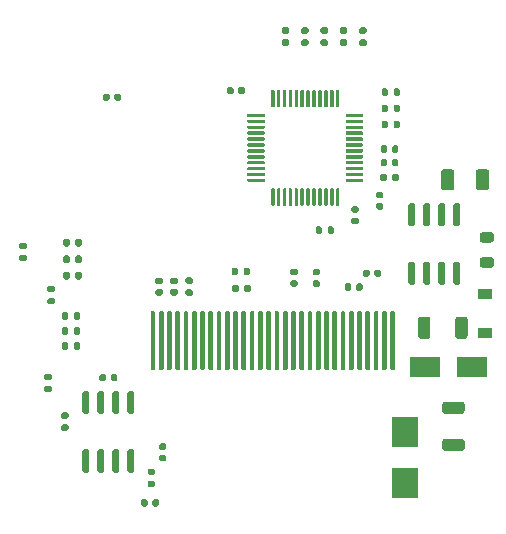
<source format=gbr>
%TF.GenerationSoftware,KiCad,Pcbnew,(5.1.10)-1*%
%TF.CreationDate,2022-02-14T20:34:47-05:00*%
%TF.ProjectId,CAN_Gauge,43414e5f-4761-4756-9765-2e6b69636164,rev?*%
%TF.SameCoordinates,Original*%
%TF.FileFunction,Paste,Top*%
%TF.FilePolarity,Positive*%
%FSLAX46Y46*%
G04 Gerber Fmt 4.6, Leading zero omitted, Abs format (unit mm)*
G04 Created by KiCad (PCBNEW (5.1.10)-1) date 2022-02-14 20:34:47*
%MOMM*%
%LPD*%
G01*
G04 APERTURE LIST*
%ADD10R,1.200000X0.900000*%
%ADD11R,2.300000X2.500000*%
%ADD12R,2.500000X1.800000*%
G04 APERTURE END LIST*
%TO.C,C12*%
G36*
G01*
X119692800Y-80325000D02*
X119692800Y-80665000D01*
G75*
G02*
X119552800Y-80805000I-140000J0D01*
G01*
X119272800Y-80805000D01*
G75*
G02*
X119132800Y-80665000I0J140000D01*
G01*
X119132800Y-80325000D01*
G75*
G02*
X119272800Y-80185000I140000J0D01*
G01*
X119552800Y-80185000D01*
G75*
G02*
X119692800Y-80325000I0J-140000D01*
G01*
G37*
G36*
G01*
X120652800Y-80325000D02*
X120652800Y-80665000D01*
G75*
G02*
X120512800Y-80805000I-140000J0D01*
G01*
X120232800Y-80805000D01*
G75*
G02*
X120092800Y-80665000I0J140000D01*
G01*
X120092800Y-80325000D01*
G75*
G02*
X120232800Y-80185000I140000J0D01*
G01*
X120512800Y-80185000D01*
G75*
G02*
X120652800Y-80325000I0J-140000D01*
G01*
G37*
%TD*%
%TO.C,U1*%
G36*
G01*
X139150400Y-88287600D02*
X139150400Y-89612600D01*
G75*
G02*
X139075400Y-89687600I-75000J0D01*
G01*
X138925400Y-89687600D01*
G75*
G02*
X138850400Y-89612600I0J75000D01*
G01*
X138850400Y-88287600D01*
G75*
G02*
X138925400Y-88212600I75000J0D01*
G01*
X139075400Y-88212600D01*
G75*
G02*
X139150400Y-88287600I0J-75000D01*
G01*
G37*
G36*
G01*
X138650400Y-88287600D02*
X138650400Y-89612600D01*
G75*
G02*
X138575400Y-89687600I-75000J0D01*
G01*
X138425400Y-89687600D01*
G75*
G02*
X138350400Y-89612600I0J75000D01*
G01*
X138350400Y-88287600D01*
G75*
G02*
X138425400Y-88212600I75000J0D01*
G01*
X138575400Y-88212600D01*
G75*
G02*
X138650400Y-88287600I0J-75000D01*
G01*
G37*
G36*
G01*
X138150400Y-88287600D02*
X138150400Y-89612600D01*
G75*
G02*
X138075400Y-89687600I-75000J0D01*
G01*
X137925400Y-89687600D01*
G75*
G02*
X137850400Y-89612600I0J75000D01*
G01*
X137850400Y-88287600D01*
G75*
G02*
X137925400Y-88212600I75000J0D01*
G01*
X138075400Y-88212600D01*
G75*
G02*
X138150400Y-88287600I0J-75000D01*
G01*
G37*
G36*
G01*
X137650400Y-88287600D02*
X137650400Y-89612600D01*
G75*
G02*
X137575400Y-89687600I-75000J0D01*
G01*
X137425400Y-89687600D01*
G75*
G02*
X137350400Y-89612600I0J75000D01*
G01*
X137350400Y-88287600D01*
G75*
G02*
X137425400Y-88212600I75000J0D01*
G01*
X137575400Y-88212600D01*
G75*
G02*
X137650400Y-88287600I0J-75000D01*
G01*
G37*
G36*
G01*
X137150400Y-88287600D02*
X137150400Y-89612600D01*
G75*
G02*
X137075400Y-89687600I-75000J0D01*
G01*
X136925400Y-89687600D01*
G75*
G02*
X136850400Y-89612600I0J75000D01*
G01*
X136850400Y-88287600D01*
G75*
G02*
X136925400Y-88212600I75000J0D01*
G01*
X137075400Y-88212600D01*
G75*
G02*
X137150400Y-88287600I0J-75000D01*
G01*
G37*
G36*
G01*
X136650400Y-88287600D02*
X136650400Y-89612600D01*
G75*
G02*
X136575400Y-89687600I-75000J0D01*
G01*
X136425400Y-89687600D01*
G75*
G02*
X136350400Y-89612600I0J75000D01*
G01*
X136350400Y-88287600D01*
G75*
G02*
X136425400Y-88212600I75000J0D01*
G01*
X136575400Y-88212600D01*
G75*
G02*
X136650400Y-88287600I0J-75000D01*
G01*
G37*
G36*
G01*
X136150400Y-88287600D02*
X136150400Y-89612600D01*
G75*
G02*
X136075400Y-89687600I-75000J0D01*
G01*
X135925400Y-89687600D01*
G75*
G02*
X135850400Y-89612600I0J75000D01*
G01*
X135850400Y-88287600D01*
G75*
G02*
X135925400Y-88212600I75000J0D01*
G01*
X136075400Y-88212600D01*
G75*
G02*
X136150400Y-88287600I0J-75000D01*
G01*
G37*
G36*
G01*
X135650400Y-88287600D02*
X135650400Y-89612600D01*
G75*
G02*
X135575400Y-89687600I-75000J0D01*
G01*
X135425400Y-89687600D01*
G75*
G02*
X135350400Y-89612600I0J75000D01*
G01*
X135350400Y-88287600D01*
G75*
G02*
X135425400Y-88212600I75000J0D01*
G01*
X135575400Y-88212600D01*
G75*
G02*
X135650400Y-88287600I0J-75000D01*
G01*
G37*
G36*
G01*
X135150400Y-88287600D02*
X135150400Y-89612600D01*
G75*
G02*
X135075400Y-89687600I-75000J0D01*
G01*
X134925400Y-89687600D01*
G75*
G02*
X134850400Y-89612600I0J75000D01*
G01*
X134850400Y-88287600D01*
G75*
G02*
X134925400Y-88212600I75000J0D01*
G01*
X135075400Y-88212600D01*
G75*
G02*
X135150400Y-88287600I0J-75000D01*
G01*
G37*
G36*
G01*
X134650400Y-88287600D02*
X134650400Y-89612600D01*
G75*
G02*
X134575400Y-89687600I-75000J0D01*
G01*
X134425400Y-89687600D01*
G75*
G02*
X134350400Y-89612600I0J75000D01*
G01*
X134350400Y-88287600D01*
G75*
G02*
X134425400Y-88212600I75000J0D01*
G01*
X134575400Y-88212600D01*
G75*
G02*
X134650400Y-88287600I0J-75000D01*
G01*
G37*
G36*
G01*
X134150400Y-88287600D02*
X134150400Y-89612600D01*
G75*
G02*
X134075400Y-89687600I-75000J0D01*
G01*
X133925400Y-89687600D01*
G75*
G02*
X133850400Y-89612600I0J75000D01*
G01*
X133850400Y-88287600D01*
G75*
G02*
X133925400Y-88212600I75000J0D01*
G01*
X134075400Y-88212600D01*
G75*
G02*
X134150400Y-88287600I0J-75000D01*
G01*
G37*
G36*
G01*
X133650400Y-88287600D02*
X133650400Y-89612600D01*
G75*
G02*
X133575400Y-89687600I-75000J0D01*
G01*
X133425400Y-89687600D01*
G75*
G02*
X133350400Y-89612600I0J75000D01*
G01*
X133350400Y-88287600D01*
G75*
G02*
X133425400Y-88212600I75000J0D01*
G01*
X133575400Y-88212600D01*
G75*
G02*
X133650400Y-88287600I0J-75000D01*
G01*
G37*
G36*
G01*
X132825400Y-87462600D02*
X132825400Y-87612600D01*
G75*
G02*
X132750400Y-87687600I-75000J0D01*
G01*
X131425400Y-87687600D01*
G75*
G02*
X131350400Y-87612600I0J75000D01*
G01*
X131350400Y-87462600D01*
G75*
G02*
X131425400Y-87387600I75000J0D01*
G01*
X132750400Y-87387600D01*
G75*
G02*
X132825400Y-87462600I0J-75000D01*
G01*
G37*
G36*
G01*
X132825400Y-86962600D02*
X132825400Y-87112600D01*
G75*
G02*
X132750400Y-87187600I-75000J0D01*
G01*
X131425400Y-87187600D01*
G75*
G02*
X131350400Y-87112600I0J75000D01*
G01*
X131350400Y-86962600D01*
G75*
G02*
X131425400Y-86887600I75000J0D01*
G01*
X132750400Y-86887600D01*
G75*
G02*
X132825400Y-86962600I0J-75000D01*
G01*
G37*
G36*
G01*
X132825400Y-86462600D02*
X132825400Y-86612600D01*
G75*
G02*
X132750400Y-86687600I-75000J0D01*
G01*
X131425400Y-86687600D01*
G75*
G02*
X131350400Y-86612600I0J75000D01*
G01*
X131350400Y-86462600D01*
G75*
G02*
X131425400Y-86387600I75000J0D01*
G01*
X132750400Y-86387600D01*
G75*
G02*
X132825400Y-86462600I0J-75000D01*
G01*
G37*
G36*
G01*
X132825400Y-85962600D02*
X132825400Y-86112600D01*
G75*
G02*
X132750400Y-86187600I-75000J0D01*
G01*
X131425400Y-86187600D01*
G75*
G02*
X131350400Y-86112600I0J75000D01*
G01*
X131350400Y-85962600D01*
G75*
G02*
X131425400Y-85887600I75000J0D01*
G01*
X132750400Y-85887600D01*
G75*
G02*
X132825400Y-85962600I0J-75000D01*
G01*
G37*
G36*
G01*
X132825400Y-85462600D02*
X132825400Y-85612600D01*
G75*
G02*
X132750400Y-85687600I-75000J0D01*
G01*
X131425400Y-85687600D01*
G75*
G02*
X131350400Y-85612600I0J75000D01*
G01*
X131350400Y-85462600D01*
G75*
G02*
X131425400Y-85387600I75000J0D01*
G01*
X132750400Y-85387600D01*
G75*
G02*
X132825400Y-85462600I0J-75000D01*
G01*
G37*
G36*
G01*
X132825400Y-84962600D02*
X132825400Y-85112600D01*
G75*
G02*
X132750400Y-85187600I-75000J0D01*
G01*
X131425400Y-85187600D01*
G75*
G02*
X131350400Y-85112600I0J75000D01*
G01*
X131350400Y-84962600D01*
G75*
G02*
X131425400Y-84887600I75000J0D01*
G01*
X132750400Y-84887600D01*
G75*
G02*
X132825400Y-84962600I0J-75000D01*
G01*
G37*
G36*
G01*
X132825400Y-84462600D02*
X132825400Y-84612600D01*
G75*
G02*
X132750400Y-84687600I-75000J0D01*
G01*
X131425400Y-84687600D01*
G75*
G02*
X131350400Y-84612600I0J75000D01*
G01*
X131350400Y-84462600D01*
G75*
G02*
X131425400Y-84387600I75000J0D01*
G01*
X132750400Y-84387600D01*
G75*
G02*
X132825400Y-84462600I0J-75000D01*
G01*
G37*
G36*
G01*
X132825400Y-83962600D02*
X132825400Y-84112600D01*
G75*
G02*
X132750400Y-84187600I-75000J0D01*
G01*
X131425400Y-84187600D01*
G75*
G02*
X131350400Y-84112600I0J75000D01*
G01*
X131350400Y-83962600D01*
G75*
G02*
X131425400Y-83887600I75000J0D01*
G01*
X132750400Y-83887600D01*
G75*
G02*
X132825400Y-83962600I0J-75000D01*
G01*
G37*
G36*
G01*
X132825400Y-83462600D02*
X132825400Y-83612600D01*
G75*
G02*
X132750400Y-83687600I-75000J0D01*
G01*
X131425400Y-83687600D01*
G75*
G02*
X131350400Y-83612600I0J75000D01*
G01*
X131350400Y-83462600D01*
G75*
G02*
X131425400Y-83387600I75000J0D01*
G01*
X132750400Y-83387600D01*
G75*
G02*
X132825400Y-83462600I0J-75000D01*
G01*
G37*
G36*
G01*
X132825400Y-82962600D02*
X132825400Y-83112600D01*
G75*
G02*
X132750400Y-83187600I-75000J0D01*
G01*
X131425400Y-83187600D01*
G75*
G02*
X131350400Y-83112600I0J75000D01*
G01*
X131350400Y-82962600D01*
G75*
G02*
X131425400Y-82887600I75000J0D01*
G01*
X132750400Y-82887600D01*
G75*
G02*
X132825400Y-82962600I0J-75000D01*
G01*
G37*
G36*
G01*
X132825400Y-82462600D02*
X132825400Y-82612600D01*
G75*
G02*
X132750400Y-82687600I-75000J0D01*
G01*
X131425400Y-82687600D01*
G75*
G02*
X131350400Y-82612600I0J75000D01*
G01*
X131350400Y-82462600D01*
G75*
G02*
X131425400Y-82387600I75000J0D01*
G01*
X132750400Y-82387600D01*
G75*
G02*
X132825400Y-82462600I0J-75000D01*
G01*
G37*
G36*
G01*
X132825400Y-81962600D02*
X132825400Y-82112600D01*
G75*
G02*
X132750400Y-82187600I-75000J0D01*
G01*
X131425400Y-82187600D01*
G75*
G02*
X131350400Y-82112600I0J75000D01*
G01*
X131350400Y-81962600D01*
G75*
G02*
X131425400Y-81887600I75000J0D01*
G01*
X132750400Y-81887600D01*
G75*
G02*
X132825400Y-81962600I0J-75000D01*
G01*
G37*
G36*
G01*
X133650400Y-79962600D02*
X133650400Y-81287600D01*
G75*
G02*
X133575400Y-81362600I-75000J0D01*
G01*
X133425400Y-81362600D01*
G75*
G02*
X133350400Y-81287600I0J75000D01*
G01*
X133350400Y-79962600D01*
G75*
G02*
X133425400Y-79887600I75000J0D01*
G01*
X133575400Y-79887600D01*
G75*
G02*
X133650400Y-79962600I0J-75000D01*
G01*
G37*
G36*
G01*
X134150400Y-79962600D02*
X134150400Y-81287600D01*
G75*
G02*
X134075400Y-81362600I-75000J0D01*
G01*
X133925400Y-81362600D01*
G75*
G02*
X133850400Y-81287600I0J75000D01*
G01*
X133850400Y-79962600D01*
G75*
G02*
X133925400Y-79887600I75000J0D01*
G01*
X134075400Y-79887600D01*
G75*
G02*
X134150400Y-79962600I0J-75000D01*
G01*
G37*
G36*
G01*
X134650400Y-79962600D02*
X134650400Y-81287600D01*
G75*
G02*
X134575400Y-81362600I-75000J0D01*
G01*
X134425400Y-81362600D01*
G75*
G02*
X134350400Y-81287600I0J75000D01*
G01*
X134350400Y-79962600D01*
G75*
G02*
X134425400Y-79887600I75000J0D01*
G01*
X134575400Y-79887600D01*
G75*
G02*
X134650400Y-79962600I0J-75000D01*
G01*
G37*
G36*
G01*
X135150400Y-79962600D02*
X135150400Y-81287600D01*
G75*
G02*
X135075400Y-81362600I-75000J0D01*
G01*
X134925400Y-81362600D01*
G75*
G02*
X134850400Y-81287600I0J75000D01*
G01*
X134850400Y-79962600D01*
G75*
G02*
X134925400Y-79887600I75000J0D01*
G01*
X135075400Y-79887600D01*
G75*
G02*
X135150400Y-79962600I0J-75000D01*
G01*
G37*
G36*
G01*
X135650400Y-79962600D02*
X135650400Y-81287600D01*
G75*
G02*
X135575400Y-81362600I-75000J0D01*
G01*
X135425400Y-81362600D01*
G75*
G02*
X135350400Y-81287600I0J75000D01*
G01*
X135350400Y-79962600D01*
G75*
G02*
X135425400Y-79887600I75000J0D01*
G01*
X135575400Y-79887600D01*
G75*
G02*
X135650400Y-79962600I0J-75000D01*
G01*
G37*
G36*
G01*
X136150400Y-79962600D02*
X136150400Y-81287600D01*
G75*
G02*
X136075400Y-81362600I-75000J0D01*
G01*
X135925400Y-81362600D01*
G75*
G02*
X135850400Y-81287600I0J75000D01*
G01*
X135850400Y-79962600D01*
G75*
G02*
X135925400Y-79887600I75000J0D01*
G01*
X136075400Y-79887600D01*
G75*
G02*
X136150400Y-79962600I0J-75000D01*
G01*
G37*
G36*
G01*
X136650400Y-79962600D02*
X136650400Y-81287600D01*
G75*
G02*
X136575400Y-81362600I-75000J0D01*
G01*
X136425400Y-81362600D01*
G75*
G02*
X136350400Y-81287600I0J75000D01*
G01*
X136350400Y-79962600D01*
G75*
G02*
X136425400Y-79887600I75000J0D01*
G01*
X136575400Y-79887600D01*
G75*
G02*
X136650400Y-79962600I0J-75000D01*
G01*
G37*
G36*
G01*
X137150400Y-79962600D02*
X137150400Y-81287600D01*
G75*
G02*
X137075400Y-81362600I-75000J0D01*
G01*
X136925400Y-81362600D01*
G75*
G02*
X136850400Y-81287600I0J75000D01*
G01*
X136850400Y-79962600D01*
G75*
G02*
X136925400Y-79887600I75000J0D01*
G01*
X137075400Y-79887600D01*
G75*
G02*
X137150400Y-79962600I0J-75000D01*
G01*
G37*
G36*
G01*
X137650400Y-79962600D02*
X137650400Y-81287600D01*
G75*
G02*
X137575400Y-81362600I-75000J0D01*
G01*
X137425400Y-81362600D01*
G75*
G02*
X137350400Y-81287600I0J75000D01*
G01*
X137350400Y-79962600D01*
G75*
G02*
X137425400Y-79887600I75000J0D01*
G01*
X137575400Y-79887600D01*
G75*
G02*
X137650400Y-79962600I0J-75000D01*
G01*
G37*
G36*
G01*
X138150400Y-79962600D02*
X138150400Y-81287600D01*
G75*
G02*
X138075400Y-81362600I-75000J0D01*
G01*
X137925400Y-81362600D01*
G75*
G02*
X137850400Y-81287600I0J75000D01*
G01*
X137850400Y-79962600D01*
G75*
G02*
X137925400Y-79887600I75000J0D01*
G01*
X138075400Y-79887600D01*
G75*
G02*
X138150400Y-79962600I0J-75000D01*
G01*
G37*
G36*
G01*
X138650400Y-79962600D02*
X138650400Y-81287600D01*
G75*
G02*
X138575400Y-81362600I-75000J0D01*
G01*
X138425400Y-81362600D01*
G75*
G02*
X138350400Y-81287600I0J75000D01*
G01*
X138350400Y-79962600D01*
G75*
G02*
X138425400Y-79887600I75000J0D01*
G01*
X138575400Y-79887600D01*
G75*
G02*
X138650400Y-79962600I0J-75000D01*
G01*
G37*
G36*
G01*
X139150400Y-79962600D02*
X139150400Y-81287600D01*
G75*
G02*
X139075400Y-81362600I-75000J0D01*
G01*
X138925400Y-81362600D01*
G75*
G02*
X138850400Y-81287600I0J75000D01*
G01*
X138850400Y-79962600D01*
G75*
G02*
X138925400Y-79887600I75000J0D01*
G01*
X139075400Y-79887600D01*
G75*
G02*
X139150400Y-79962600I0J-75000D01*
G01*
G37*
G36*
G01*
X141150400Y-81962600D02*
X141150400Y-82112600D01*
G75*
G02*
X141075400Y-82187600I-75000J0D01*
G01*
X139750400Y-82187600D01*
G75*
G02*
X139675400Y-82112600I0J75000D01*
G01*
X139675400Y-81962600D01*
G75*
G02*
X139750400Y-81887600I75000J0D01*
G01*
X141075400Y-81887600D01*
G75*
G02*
X141150400Y-81962600I0J-75000D01*
G01*
G37*
G36*
G01*
X141150400Y-82462600D02*
X141150400Y-82612600D01*
G75*
G02*
X141075400Y-82687600I-75000J0D01*
G01*
X139750400Y-82687600D01*
G75*
G02*
X139675400Y-82612600I0J75000D01*
G01*
X139675400Y-82462600D01*
G75*
G02*
X139750400Y-82387600I75000J0D01*
G01*
X141075400Y-82387600D01*
G75*
G02*
X141150400Y-82462600I0J-75000D01*
G01*
G37*
G36*
G01*
X141150400Y-82962600D02*
X141150400Y-83112600D01*
G75*
G02*
X141075400Y-83187600I-75000J0D01*
G01*
X139750400Y-83187600D01*
G75*
G02*
X139675400Y-83112600I0J75000D01*
G01*
X139675400Y-82962600D01*
G75*
G02*
X139750400Y-82887600I75000J0D01*
G01*
X141075400Y-82887600D01*
G75*
G02*
X141150400Y-82962600I0J-75000D01*
G01*
G37*
G36*
G01*
X141150400Y-83462600D02*
X141150400Y-83612600D01*
G75*
G02*
X141075400Y-83687600I-75000J0D01*
G01*
X139750400Y-83687600D01*
G75*
G02*
X139675400Y-83612600I0J75000D01*
G01*
X139675400Y-83462600D01*
G75*
G02*
X139750400Y-83387600I75000J0D01*
G01*
X141075400Y-83387600D01*
G75*
G02*
X141150400Y-83462600I0J-75000D01*
G01*
G37*
G36*
G01*
X141150400Y-83962600D02*
X141150400Y-84112600D01*
G75*
G02*
X141075400Y-84187600I-75000J0D01*
G01*
X139750400Y-84187600D01*
G75*
G02*
X139675400Y-84112600I0J75000D01*
G01*
X139675400Y-83962600D01*
G75*
G02*
X139750400Y-83887600I75000J0D01*
G01*
X141075400Y-83887600D01*
G75*
G02*
X141150400Y-83962600I0J-75000D01*
G01*
G37*
G36*
G01*
X141150400Y-84462600D02*
X141150400Y-84612600D01*
G75*
G02*
X141075400Y-84687600I-75000J0D01*
G01*
X139750400Y-84687600D01*
G75*
G02*
X139675400Y-84612600I0J75000D01*
G01*
X139675400Y-84462600D01*
G75*
G02*
X139750400Y-84387600I75000J0D01*
G01*
X141075400Y-84387600D01*
G75*
G02*
X141150400Y-84462600I0J-75000D01*
G01*
G37*
G36*
G01*
X141150400Y-84962600D02*
X141150400Y-85112600D01*
G75*
G02*
X141075400Y-85187600I-75000J0D01*
G01*
X139750400Y-85187600D01*
G75*
G02*
X139675400Y-85112600I0J75000D01*
G01*
X139675400Y-84962600D01*
G75*
G02*
X139750400Y-84887600I75000J0D01*
G01*
X141075400Y-84887600D01*
G75*
G02*
X141150400Y-84962600I0J-75000D01*
G01*
G37*
G36*
G01*
X141150400Y-85462600D02*
X141150400Y-85612600D01*
G75*
G02*
X141075400Y-85687600I-75000J0D01*
G01*
X139750400Y-85687600D01*
G75*
G02*
X139675400Y-85612600I0J75000D01*
G01*
X139675400Y-85462600D01*
G75*
G02*
X139750400Y-85387600I75000J0D01*
G01*
X141075400Y-85387600D01*
G75*
G02*
X141150400Y-85462600I0J-75000D01*
G01*
G37*
G36*
G01*
X141150400Y-85962600D02*
X141150400Y-86112600D01*
G75*
G02*
X141075400Y-86187600I-75000J0D01*
G01*
X139750400Y-86187600D01*
G75*
G02*
X139675400Y-86112600I0J75000D01*
G01*
X139675400Y-85962600D01*
G75*
G02*
X139750400Y-85887600I75000J0D01*
G01*
X141075400Y-85887600D01*
G75*
G02*
X141150400Y-85962600I0J-75000D01*
G01*
G37*
G36*
G01*
X141150400Y-86462600D02*
X141150400Y-86612600D01*
G75*
G02*
X141075400Y-86687600I-75000J0D01*
G01*
X139750400Y-86687600D01*
G75*
G02*
X139675400Y-86612600I0J75000D01*
G01*
X139675400Y-86462600D01*
G75*
G02*
X139750400Y-86387600I75000J0D01*
G01*
X141075400Y-86387600D01*
G75*
G02*
X141150400Y-86462600I0J-75000D01*
G01*
G37*
G36*
G01*
X141150400Y-86962600D02*
X141150400Y-87112600D01*
G75*
G02*
X141075400Y-87187600I-75000J0D01*
G01*
X139750400Y-87187600D01*
G75*
G02*
X139675400Y-87112600I0J75000D01*
G01*
X139675400Y-86962600D01*
G75*
G02*
X139750400Y-86887600I75000J0D01*
G01*
X141075400Y-86887600D01*
G75*
G02*
X141150400Y-86962600I0J-75000D01*
G01*
G37*
G36*
G01*
X141150400Y-87462600D02*
X141150400Y-87612600D01*
G75*
G02*
X141075400Y-87687600I-75000J0D01*
G01*
X139750400Y-87687600D01*
G75*
G02*
X139675400Y-87612600I0J75000D01*
G01*
X139675400Y-87462600D01*
G75*
G02*
X139750400Y-87387600I75000J0D01*
G01*
X141075400Y-87387600D01*
G75*
G02*
X141150400Y-87462600I0J-75000D01*
G01*
G37*
%TD*%
%TO.C,C6*%
G36*
G01*
X142392300Y-89458000D02*
X142732300Y-89458000D01*
G75*
G02*
X142872300Y-89598000I0J-140000D01*
G01*
X142872300Y-89878000D01*
G75*
G02*
X142732300Y-90018000I-140000J0D01*
G01*
X142392300Y-90018000D01*
G75*
G02*
X142252300Y-89878000I0J140000D01*
G01*
X142252300Y-89598000D01*
G75*
G02*
X142392300Y-89458000I140000J0D01*
G01*
G37*
G36*
G01*
X142392300Y-88498000D02*
X142732300Y-88498000D01*
G75*
G02*
X142872300Y-88638000I0J-140000D01*
G01*
X142872300Y-88918000D01*
G75*
G02*
X142732300Y-89058000I-140000J0D01*
G01*
X142392300Y-89058000D01*
G75*
G02*
X142252300Y-88918000I0J140000D01*
G01*
X142252300Y-88638000D01*
G75*
G02*
X142392300Y-88498000I140000J0D01*
G01*
G37*
%TD*%
%TO.C,U4*%
G36*
G01*
X143454000Y-103513000D02*
X143454000Y-98713000D01*
G75*
G02*
X143554000Y-98613000I100000J0D01*
G01*
X143754000Y-98613000D01*
G75*
G02*
X143854000Y-98713000I0J-100000D01*
G01*
X143854000Y-103513000D01*
G75*
G02*
X143754000Y-103613000I-100000J0D01*
G01*
X143554000Y-103613000D01*
G75*
G02*
X143454000Y-103513000I0J100000D01*
G01*
G37*
G36*
G01*
X142754000Y-103513000D02*
X142754000Y-98713000D01*
G75*
G02*
X142854000Y-98613000I100000J0D01*
G01*
X143054000Y-98613000D01*
G75*
G02*
X143154000Y-98713000I0J-100000D01*
G01*
X143154000Y-103513000D01*
G75*
G02*
X143054000Y-103613000I-100000J0D01*
G01*
X142854000Y-103613000D01*
G75*
G02*
X142754000Y-103513000I0J100000D01*
G01*
G37*
G36*
G01*
X142054000Y-103513000D02*
X142054000Y-98713000D01*
G75*
G02*
X142154000Y-98613000I100000J0D01*
G01*
X142354000Y-98613000D01*
G75*
G02*
X142454000Y-98713000I0J-100000D01*
G01*
X142454000Y-103513000D01*
G75*
G02*
X142354000Y-103613000I-100000J0D01*
G01*
X142154000Y-103613000D01*
G75*
G02*
X142054000Y-103513000I0J100000D01*
G01*
G37*
G36*
G01*
X141354000Y-103513000D02*
X141354000Y-98713000D01*
G75*
G02*
X141454000Y-98613000I100000J0D01*
G01*
X141654000Y-98613000D01*
G75*
G02*
X141754000Y-98713000I0J-100000D01*
G01*
X141754000Y-103513000D01*
G75*
G02*
X141654000Y-103613000I-100000J0D01*
G01*
X141454000Y-103613000D01*
G75*
G02*
X141354000Y-103513000I0J100000D01*
G01*
G37*
G36*
G01*
X140654000Y-103513000D02*
X140654000Y-98713000D01*
G75*
G02*
X140754000Y-98613000I100000J0D01*
G01*
X140954000Y-98613000D01*
G75*
G02*
X141054000Y-98713000I0J-100000D01*
G01*
X141054000Y-103513000D01*
G75*
G02*
X140954000Y-103613000I-100000J0D01*
G01*
X140754000Y-103613000D01*
G75*
G02*
X140654000Y-103513000I0J100000D01*
G01*
G37*
G36*
G01*
X139954000Y-103513000D02*
X139954000Y-98713000D01*
G75*
G02*
X140054000Y-98613000I100000J0D01*
G01*
X140254000Y-98613000D01*
G75*
G02*
X140354000Y-98713000I0J-100000D01*
G01*
X140354000Y-103513000D01*
G75*
G02*
X140254000Y-103613000I-100000J0D01*
G01*
X140054000Y-103613000D01*
G75*
G02*
X139954000Y-103513000I0J100000D01*
G01*
G37*
G36*
G01*
X139254000Y-103513000D02*
X139254000Y-98713000D01*
G75*
G02*
X139354000Y-98613000I100000J0D01*
G01*
X139554000Y-98613000D01*
G75*
G02*
X139654000Y-98713000I0J-100000D01*
G01*
X139654000Y-103513000D01*
G75*
G02*
X139554000Y-103613000I-100000J0D01*
G01*
X139354000Y-103613000D01*
G75*
G02*
X139254000Y-103513000I0J100000D01*
G01*
G37*
G36*
G01*
X138554000Y-103513000D02*
X138554000Y-98713000D01*
G75*
G02*
X138654000Y-98613000I100000J0D01*
G01*
X138854000Y-98613000D01*
G75*
G02*
X138954000Y-98713000I0J-100000D01*
G01*
X138954000Y-103513000D01*
G75*
G02*
X138854000Y-103613000I-100000J0D01*
G01*
X138654000Y-103613000D01*
G75*
G02*
X138554000Y-103513000I0J100000D01*
G01*
G37*
G36*
G01*
X137854000Y-103513000D02*
X137854000Y-98713000D01*
G75*
G02*
X137954000Y-98613000I100000J0D01*
G01*
X138154000Y-98613000D01*
G75*
G02*
X138254000Y-98713000I0J-100000D01*
G01*
X138254000Y-103513000D01*
G75*
G02*
X138154000Y-103613000I-100000J0D01*
G01*
X137954000Y-103613000D01*
G75*
G02*
X137854000Y-103513000I0J100000D01*
G01*
G37*
G36*
G01*
X137154000Y-103513000D02*
X137154000Y-98713000D01*
G75*
G02*
X137254000Y-98613000I100000J0D01*
G01*
X137454000Y-98613000D01*
G75*
G02*
X137554000Y-98713000I0J-100000D01*
G01*
X137554000Y-103513000D01*
G75*
G02*
X137454000Y-103613000I-100000J0D01*
G01*
X137254000Y-103613000D01*
G75*
G02*
X137154000Y-103513000I0J100000D01*
G01*
G37*
G36*
G01*
X136454000Y-103513000D02*
X136454000Y-98713000D01*
G75*
G02*
X136554000Y-98613000I100000J0D01*
G01*
X136754000Y-98613000D01*
G75*
G02*
X136854000Y-98713000I0J-100000D01*
G01*
X136854000Y-103513000D01*
G75*
G02*
X136754000Y-103613000I-100000J0D01*
G01*
X136554000Y-103613000D01*
G75*
G02*
X136454000Y-103513000I0J100000D01*
G01*
G37*
G36*
G01*
X135754000Y-103513000D02*
X135754000Y-98713000D01*
G75*
G02*
X135854000Y-98613000I100000J0D01*
G01*
X136054000Y-98613000D01*
G75*
G02*
X136154000Y-98713000I0J-100000D01*
G01*
X136154000Y-103513000D01*
G75*
G02*
X136054000Y-103613000I-100000J0D01*
G01*
X135854000Y-103613000D01*
G75*
G02*
X135754000Y-103513000I0J100000D01*
G01*
G37*
G36*
G01*
X135054000Y-103513000D02*
X135054000Y-98713000D01*
G75*
G02*
X135154000Y-98613000I100000J0D01*
G01*
X135354000Y-98613000D01*
G75*
G02*
X135454000Y-98713000I0J-100000D01*
G01*
X135454000Y-103513000D01*
G75*
G02*
X135354000Y-103613000I-100000J0D01*
G01*
X135154000Y-103613000D01*
G75*
G02*
X135054000Y-103513000I0J100000D01*
G01*
G37*
G36*
G01*
X134354000Y-103513000D02*
X134354000Y-98713000D01*
G75*
G02*
X134454000Y-98613000I100000J0D01*
G01*
X134654000Y-98613000D01*
G75*
G02*
X134754000Y-98713000I0J-100000D01*
G01*
X134754000Y-103513000D01*
G75*
G02*
X134654000Y-103613000I-100000J0D01*
G01*
X134454000Y-103613000D01*
G75*
G02*
X134354000Y-103513000I0J100000D01*
G01*
G37*
G36*
G01*
X133654000Y-103513000D02*
X133654000Y-98713000D01*
G75*
G02*
X133754000Y-98613000I100000J0D01*
G01*
X133954000Y-98613000D01*
G75*
G02*
X134054000Y-98713000I0J-100000D01*
G01*
X134054000Y-103513000D01*
G75*
G02*
X133954000Y-103613000I-100000J0D01*
G01*
X133754000Y-103613000D01*
G75*
G02*
X133654000Y-103513000I0J100000D01*
G01*
G37*
G36*
G01*
X132954000Y-103513000D02*
X132954000Y-98713000D01*
G75*
G02*
X133054000Y-98613000I100000J0D01*
G01*
X133254000Y-98613000D01*
G75*
G02*
X133354000Y-98713000I0J-100000D01*
G01*
X133354000Y-103513000D01*
G75*
G02*
X133254000Y-103613000I-100000J0D01*
G01*
X133054000Y-103613000D01*
G75*
G02*
X132954000Y-103513000I0J100000D01*
G01*
G37*
G36*
G01*
X132254000Y-103513000D02*
X132254000Y-98713000D01*
G75*
G02*
X132354000Y-98613000I100000J0D01*
G01*
X132554000Y-98613000D01*
G75*
G02*
X132654000Y-98713000I0J-100000D01*
G01*
X132654000Y-103513000D01*
G75*
G02*
X132554000Y-103613000I-100000J0D01*
G01*
X132354000Y-103613000D01*
G75*
G02*
X132254000Y-103513000I0J100000D01*
G01*
G37*
G36*
G01*
X131554000Y-103513000D02*
X131554000Y-98713000D01*
G75*
G02*
X131654000Y-98613000I100000J0D01*
G01*
X131854000Y-98613000D01*
G75*
G02*
X131954000Y-98713000I0J-100000D01*
G01*
X131954000Y-103513000D01*
G75*
G02*
X131854000Y-103613000I-100000J0D01*
G01*
X131654000Y-103613000D01*
G75*
G02*
X131554000Y-103513000I0J100000D01*
G01*
G37*
G36*
G01*
X130854000Y-103513000D02*
X130854000Y-98713000D01*
G75*
G02*
X130954000Y-98613000I100000J0D01*
G01*
X131154000Y-98613000D01*
G75*
G02*
X131254000Y-98713000I0J-100000D01*
G01*
X131254000Y-103513000D01*
G75*
G02*
X131154000Y-103613000I-100000J0D01*
G01*
X130954000Y-103613000D01*
G75*
G02*
X130854000Y-103513000I0J100000D01*
G01*
G37*
G36*
G01*
X130154000Y-103513000D02*
X130154000Y-98713000D01*
G75*
G02*
X130254000Y-98613000I100000J0D01*
G01*
X130454000Y-98613000D01*
G75*
G02*
X130554000Y-98713000I0J-100000D01*
G01*
X130554000Y-103513000D01*
G75*
G02*
X130454000Y-103613000I-100000J0D01*
G01*
X130254000Y-103613000D01*
G75*
G02*
X130154000Y-103513000I0J100000D01*
G01*
G37*
G36*
G01*
X129454000Y-103513000D02*
X129454000Y-98713000D01*
G75*
G02*
X129554000Y-98613000I100000J0D01*
G01*
X129754000Y-98613000D01*
G75*
G02*
X129854000Y-98713000I0J-100000D01*
G01*
X129854000Y-103513000D01*
G75*
G02*
X129754000Y-103613000I-100000J0D01*
G01*
X129554000Y-103613000D01*
G75*
G02*
X129454000Y-103513000I0J100000D01*
G01*
G37*
G36*
G01*
X128754000Y-103513000D02*
X128754000Y-98713000D01*
G75*
G02*
X128854000Y-98613000I100000J0D01*
G01*
X129054000Y-98613000D01*
G75*
G02*
X129154000Y-98713000I0J-100000D01*
G01*
X129154000Y-103513000D01*
G75*
G02*
X129054000Y-103613000I-100000J0D01*
G01*
X128854000Y-103613000D01*
G75*
G02*
X128754000Y-103513000I0J100000D01*
G01*
G37*
G36*
G01*
X128054000Y-103513000D02*
X128054000Y-98713000D01*
G75*
G02*
X128154000Y-98613000I100000J0D01*
G01*
X128354000Y-98613000D01*
G75*
G02*
X128454000Y-98713000I0J-100000D01*
G01*
X128454000Y-103513000D01*
G75*
G02*
X128354000Y-103613000I-100000J0D01*
G01*
X128154000Y-103613000D01*
G75*
G02*
X128054000Y-103513000I0J100000D01*
G01*
G37*
G36*
G01*
X127354000Y-103513000D02*
X127354000Y-98713000D01*
G75*
G02*
X127454000Y-98613000I100000J0D01*
G01*
X127654000Y-98613000D01*
G75*
G02*
X127754000Y-98713000I0J-100000D01*
G01*
X127754000Y-103513000D01*
G75*
G02*
X127654000Y-103613000I-100000J0D01*
G01*
X127454000Y-103613000D01*
G75*
G02*
X127354000Y-103513000I0J100000D01*
G01*
G37*
G36*
G01*
X126654000Y-103513000D02*
X126654000Y-98713000D01*
G75*
G02*
X126754000Y-98613000I100000J0D01*
G01*
X126954000Y-98613000D01*
G75*
G02*
X127054000Y-98713000I0J-100000D01*
G01*
X127054000Y-103513000D01*
G75*
G02*
X126954000Y-103613000I-100000J0D01*
G01*
X126754000Y-103613000D01*
G75*
G02*
X126654000Y-103513000I0J100000D01*
G01*
G37*
G36*
G01*
X125954000Y-103513000D02*
X125954000Y-98713000D01*
G75*
G02*
X126054000Y-98613000I100000J0D01*
G01*
X126254000Y-98613000D01*
G75*
G02*
X126354000Y-98713000I0J-100000D01*
G01*
X126354000Y-103513000D01*
G75*
G02*
X126254000Y-103613000I-100000J0D01*
G01*
X126054000Y-103613000D01*
G75*
G02*
X125954000Y-103513000I0J100000D01*
G01*
G37*
G36*
G01*
X125254000Y-103513000D02*
X125254000Y-98713000D01*
G75*
G02*
X125354000Y-98613000I100000J0D01*
G01*
X125554000Y-98613000D01*
G75*
G02*
X125654000Y-98713000I0J-100000D01*
G01*
X125654000Y-103513000D01*
G75*
G02*
X125554000Y-103613000I-100000J0D01*
G01*
X125354000Y-103613000D01*
G75*
G02*
X125254000Y-103513000I0J100000D01*
G01*
G37*
G36*
G01*
X124554000Y-103513000D02*
X124554000Y-98713000D01*
G75*
G02*
X124654000Y-98613000I100000J0D01*
G01*
X124854000Y-98613000D01*
G75*
G02*
X124954000Y-98713000I0J-100000D01*
G01*
X124954000Y-103513000D01*
G75*
G02*
X124854000Y-103613000I-100000J0D01*
G01*
X124654000Y-103613000D01*
G75*
G02*
X124554000Y-103513000I0J100000D01*
G01*
G37*
G36*
G01*
X123854000Y-103513000D02*
X123854000Y-98713000D01*
G75*
G02*
X123954000Y-98613000I100000J0D01*
G01*
X124154000Y-98613000D01*
G75*
G02*
X124254000Y-98713000I0J-100000D01*
G01*
X124254000Y-103513000D01*
G75*
G02*
X124154000Y-103613000I-100000J0D01*
G01*
X123954000Y-103613000D01*
G75*
G02*
X123854000Y-103513000I0J100000D01*
G01*
G37*
G36*
G01*
X123154000Y-103513000D02*
X123154000Y-98713000D01*
G75*
G02*
X123254000Y-98613000I100000J0D01*
G01*
X123454000Y-98613000D01*
G75*
G02*
X123554000Y-98713000I0J-100000D01*
G01*
X123554000Y-103513000D01*
G75*
G02*
X123454000Y-103613000I-100000J0D01*
G01*
X123254000Y-103613000D01*
G75*
G02*
X123154000Y-103513000I0J100000D01*
G01*
G37*
%TD*%
%TO.C,C10*%
G36*
G01*
X148946300Y-100714901D02*
X148946300Y-99314899D01*
G75*
G02*
X149196299Y-99064900I249999J0D01*
G01*
X149746301Y-99064900D01*
G75*
G02*
X149996300Y-99314899I0J-249999D01*
G01*
X149996300Y-100714901D01*
G75*
G02*
X149746301Y-100964900I-249999J0D01*
G01*
X149196299Y-100964900D01*
G75*
G02*
X148946300Y-100714901I0J249999D01*
G01*
G37*
G36*
G01*
X145796300Y-100714901D02*
X145796300Y-99314899D01*
G75*
G02*
X146046299Y-99064900I249999J0D01*
G01*
X146596301Y-99064900D01*
G75*
G02*
X146846300Y-99314899I0J-249999D01*
G01*
X146846300Y-100714901D01*
G75*
G02*
X146596301Y-100964900I-249999J0D01*
G01*
X146046299Y-100964900D01*
G75*
G02*
X145796300Y-100714901I0J249999D01*
G01*
G37*
%TD*%
%TO.C,C17*%
G36*
G01*
X123710600Y-96722400D02*
X124050600Y-96722400D01*
G75*
G02*
X124190600Y-96862400I0J-140000D01*
G01*
X124190600Y-97142400D01*
G75*
G02*
X124050600Y-97282400I-140000J0D01*
G01*
X123710600Y-97282400D01*
G75*
G02*
X123570600Y-97142400I0J140000D01*
G01*
X123570600Y-96862400D01*
G75*
G02*
X123710600Y-96722400I140000J0D01*
G01*
G37*
G36*
G01*
X123710600Y-95762400D02*
X124050600Y-95762400D01*
G75*
G02*
X124190600Y-95902400I0J-140000D01*
G01*
X124190600Y-96182400D01*
G75*
G02*
X124050600Y-96322400I-140000J0D01*
G01*
X123710600Y-96322400D01*
G75*
G02*
X123570600Y-96182400I0J140000D01*
G01*
X123570600Y-95902400D01*
G75*
G02*
X123710600Y-95762400I140000J0D01*
G01*
G37*
%TD*%
%TO.C,R24*%
G36*
G01*
X131105600Y-96859800D02*
X131105600Y-96489800D01*
G75*
G02*
X131240600Y-96354800I135000J0D01*
G01*
X131510600Y-96354800D01*
G75*
G02*
X131645600Y-96489800I0J-135000D01*
G01*
X131645600Y-96859800D01*
G75*
G02*
X131510600Y-96994800I-135000J0D01*
G01*
X131240600Y-96994800D01*
G75*
G02*
X131105600Y-96859800I0J135000D01*
G01*
G37*
G36*
G01*
X130085600Y-96859800D02*
X130085600Y-96489800D01*
G75*
G02*
X130220600Y-96354800I135000J0D01*
G01*
X130490600Y-96354800D01*
G75*
G02*
X130625600Y-96489800I0J-135000D01*
G01*
X130625600Y-96859800D01*
G75*
G02*
X130490600Y-96994800I-135000J0D01*
G01*
X130220600Y-96994800D01*
G75*
G02*
X130085600Y-96859800I0J135000D01*
G01*
G37*
%TD*%
%TO.C,R20*%
G36*
G01*
X123035200Y-112967600D02*
X123405200Y-112967600D01*
G75*
G02*
X123540200Y-113102600I0J-135000D01*
G01*
X123540200Y-113372600D01*
G75*
G02*
X123405200Y-113507600I-135000J0D01*
G01*
X123035200Y-113507600D01*
G75*
G02*
X122900200Y-113372600I0J135000D01*
G01*
X122900200Y-113102600D01*
G75*
G02*
X123035200Y-112967600I135000J0D01*
G01*
G37*
G36*
G01*
X123035200Y-111947600D02*
X123405200Y-111947600D01*
G75*
G02*
X123540200Y-112082600I0J-135000D01*
G01*
X123540200Y-112352600D01*
G75*
G02*
X123405200Y-112487600I-135000J0D01*
G01*
X123035200Y-112487600D01*
G75*
G02*
X122900200Y-112352600I0J135000D01*
G01*
X122900200Y-112082600D01*
G75*
G02*
X123035200Y-111947600I135000J0D01*
G01*
G37*
%TD*%
%TO.C,L1*%
G36*
G01*
X151998650Y-92798600D02*
X151236150Y-92798600D01*
G75*
G02*
X151017400Y-92579850I0J218750D01*
G01*
X151017400Y-92142350D01*
G75*
G02*
X151236150Y-91923600I218750J0D01*
G01*
X151998650Y-91923600D01*
G75*
G02*
X152217400Y-92142350I0J-218750D01*
G01*
X152217400Y-92579850D01*
G75*
G02*
X151998650Y-92798600I-218750J0D01*
G01*
G37*
G36*
G01*
X151998650Y-94923600D02*
X151236150Y-94923600D01*
G75*
G02*
X151017400Y-94704850I0J218750D01*
G01*
X151017400Y-94267350D01*
G75*
G02*
X151236150Y-94048600I218750J0D01*
G01*
X151998650Y-94048600D01*
G75*
G02*
X152217400Y-94267350I0J-218750D01*
G01*
X152217400Y-94704850D01*
G75*
G02*
X151998650Y-94923600I-218750J0D01*
G01*
G37*
%TD*%
%TO.C,C11*%
G36*
G01*
X148888600Y-86829999D02*
X148888600Y-88130001D01*
G75*
G02*
X148638601Y-88380000I-249999J0D01*
G01*
X147988599Y-88380000D01*
G75*
G02*
X147738600Y-88130001I0J249999D01*
G01*
X147738600Y-86829999D01*
G75*
G02*
X147988599Y-86580000I249999J0D01*
G01*
X148638601Y-86580000D01*
G75*
G02*
X148888600Y-86829999I0J-249999D01*
G01*
G37*
G36*
G01*
X151838600Y-86829999D02*
X151838600Y-88130001D01*
G75*
G02*
X151588601Y-88380000I-249999J0D01*
G01*
X150938599Y-88380000D01*
G75*
G02*
X150688600Y-88130001I0J249999D01*
G01*
X150688600Y-86829999D01*
G75*
G02*
X150938599Y-86580000I249999J0D01*
G01*
X151588601Y-86580000D01*
G75*
G02*
X151838600Y-86829999I0J-249999D01*
G01*
G37*
%TD*%
D10*
%TO.C,D12*%
X151439600Y-100458400D03*
X151439600Y-97158400D03*
%TD*%
%TO.C,U3*%
G36*
G01*
X148927400Y-94415600D02*
X149227400Y-94415600D01*
G75*
G02*
X149377400Y-94565600I0J-150000D01*
G01*
X149377400Y-96215600D01*
G75*
G02*
X149227400Y-96365600I-150000J0D01*
G01*
X148927400Y-96365600D01*
G75*
G02*
X148777400Y-96215600I0J150000D01*
G01*
X148777400Y-94565600D01*
G75*
G02*
X148927400Y-94415600I150000J0D01*
G01*
G37*
G36*
G01*
X147657400Y-94415600D02*
X147957400Y-94415600D01*
G75*
G02*
X148107400Y-94565600I0J-150000D01*
G01*
X148107400Y-96215600D01*
G75*
G02*
X147957400Y-96365600I-150000J0D01*
G01*
X147657400Y-96365600D01*
G75*
G02*
X147507400Y-96215600I0J150000D01*
G01*
X147507400Y-94565600D01*
G75*
G02*
X147657400Y-94415600I150000J0D01*
G01*
G37*
G36*
G01*
X146387400Y-94415600D02*
X146687400Y-94415600D01*
G75*
G02*
X146837400Y-94565600I0J-150000D01*
G01*
X146837400Y-96215600D01*
G75*
G02*
X146687400Y-96365600I-150000J0D01*
G01*
X146387400Y-96365600D01*
G75*
G02*
X146237400Y-96215600I0J150000D01*
G01*
X146237400Y-94565600D01*
G75*
G02*
X146387400Y-94415600I150000J0D01*
G01*
G37*
G36*
G01*
X145117400Y-94415600D02*
X145417400Y-94415600D01*
G75*
G02*
X145567400Y-94565600I0J-150000D01*
G01*
X145567400Y-96215600D01*
G75*
G02*
X145417400Y-96365600I-150000J0D01*
G01*
X145117400Y-96365600D01*
G75*
G02*
X144967400Y-96215600I0J150000D01*
G01*
X144967400Y-94565600D01*
G75*
G02*
X145117400Y-94415600I150000J0D01*
G01*
G37*
G36*
G01*
X145117400Y-89465600D02*
X145417400Y-89465600D01*
G75*
G02*
X145567400Y-89615600I0J-150000D01*
G01*
X145567400Y-91265600D01*
G75*
G02*
X145417400Y-91415600I-150000J0D01*
G01*
X145117400Y-91415600D01*
G75*
G02*
X144967400Y-91265600I0J150000D01*
G01*
X144967400Y-89615600D01*
G75*
G02*
X145117400Y-89465600I150000J0D01*
G01*
G37*
G36*
G01*
X146387400Y-89465600D02*
X146687400Y-89465600D01*
G75*
G02*
X146837400Y-89615600I0J-150000D01*
G01*
X146837400Y-91265600D01*
G75*
G02*
X146687400Y-91415600I-150000J0D01*
G01*
X146387400Y-91415600D01*
G75*
G02*
X146237400Y-91265600I0J150000D01*
G01*
X146237400Y-89615600D01*
G75*
G02*
X146387400Y-89465600I150000J0D01*
G01*
G37*
G36*
G01*
X147657400Y-89465600D02*
X147957400Y-89465600D01*
G75*
G02*
X148107400Y-89615600I0J-150000D01*
G01*
X148107400Y-91265600D01*
G75*
G02*
X147957400Y-91415600I-150000J0D01*
G01*
X147657400Y-91415600D01*
G75*
G02*
X147507400Y-91265600I0J150000D01*
G01*
X147507400Y-89615600D01*
G75*
G02*
X147657400Y-89465600I150000J0D01*
G01*
G37*
G36*
G01*
X148927400Y-89465600D02*
X149227400Y-89465600D01*
G75*
G02*
X149377400Y-89615600I0J-150000D01*
G01*
X149377400Y-91265600D01*
G75*
G02*
X149227400Y-91415600I-150000J0D01*
G01*
X148927400Y-91415600D01*
G75*
G02*
X148777400Y-91265600I0J150000D01*
G01*
X148777400Y-89615600D01*
G75*
G02*
X148927400Y-89465600I150000J0D01*
G01*
G37*
%TD*%
%TO.C,L2*%
G36*
G01*
X143195800Y-87129700D02*
X143195800Y-87474700D01*
G75*
G02*
X143048300Y-87622200I-147500J0D01*
G01*
X142753300Y-87622200D01*
G75*
G02*
X142605800Y-87474700I0J147500D01*
G01*
X142605800Y-87129700D01*
G75*
G02*
X142753300Y-86982200I147500J0D01*
G01*
X143048300Y-86982200D01*
G75*
G02*
X143195800Y-87129700I0J-147500D01*
G01*
G37*
G36*
G01*
X144165800Y-87129700D02*
X144165800Y-87474700D01*
G75*
G02*
X144018300Y-87622200I-147500J0D01*
G01*
X143723300Y-87622200D01*
G75*
G02*
X143575800Y-87474700I0J147500D01*
G01*
X143575800Y-87129700D01*
G75*
G02*
X143723300Y-86982200I147500J0D01*
G01*
X144018300Y-86982200D01*
G75*
G02*
X144165800Y-87129700I0J-147500D01*
G01*
G37*
%TD*%
%TO.C,R30*%
G36*
G01*
X114642200Y-104435800D02*
X114272200Y-104435800D01*
G75*
G02*
X114137200Y-104300800I0J135000D01*
G01*
X114137200Y-104030800D01*
G75*
G02*
X114272200Y-103895800I135000J0D01*
G01*
X114642200Y-103895800D01*
G75*
G02*
X114777200Y-104030800I0J-135000D01*
G01*
X114777200Y-104300800D01*
G75*
G02*
X114642200Y-104435800I-135000J0D01*
G01*
G37*
G36*
G01*
X114642200Y-105455800D02*
X114272200Y-105455800D01*
G75*
G02*
X114137200Y-105320800I0J135000D01*
G01*
X114137200Y-105050800D01*
G75*
G02*
X114272200Y-104915800I135000J0D01*
G01*
X114642200Y-104915800D01*
G75*
G02*
X114777200Y-105050800I0J-135000D01*
G01*
X114777200Y-105320800D01*
G75*
G02*
X114642200Y-105455800I-135000J0D01*
G01*
G37*
%TD*%
%TO.C,R29*%
G36*
G01*
X112164000Y-93816000D02*
X112534000Y-93816000D01*
G75*
G02*
X112669000Y-93951000I0J-135000D01*
G01*
X112669000Y-94221000D01*
G75*
G02*
X112534000Y-94356000I-135000J0D01*
G01*
X112164000Y-94356000D01*
G75*
G02*
X112029000Y-94221000I0J135000D01*
G01*
X112029000Y-93951000D01*
G75*
G02*
X112164000Y-93816000I135000J0D01*
G01*
G37*
G36*
G01*
X112164000Y-92796000D02*
X112534000Y-92796000D01*
G75*
G02*
X112669000Y-92931000I0J-135000D01*
G01*
X112669000Y-93201000D01*
G75*
G02*
X112534000Y-93336000I-135000J0D01*
G01*
X112164000Y-93336000D01*
G75*
G02*
X112029000Y-93201000I0J135000D01*
G01*
X112029000Y-92931000D01*
G75*
G02*
X112164000Y-92796000I135000J0D01*
G01*
G37*
%TD*%
%TO.C,R21*%
G36*
G01*
X134401700Y-75604200D02*
X134771700Y-75604200D01*
G75*
G02*
X134906700Y-75739200I0J-135000D01*
G01*
X134906700Y-76009200D01*
G75*
G02*
X134771700Y-76144200I-135000J0D01*
G01*
X134401700Y-76144200D01*
G75*
G02*
X134266700Y-76009200I0J135000D01*
G01*
X134266700Y-75739200D01*
G75*
G02*
X134401700Y-75604200I135000J0D01*
G01*
G37*
G36*
G01*
X134401700Y-74584200D02*
X134771700Y-74584200D01*
G75*
G02*
X134906700Y-74719200I0J-135000D01*
G01*
X134906700Y-74989200D01*
G75*
G02*
X134771700Y-75124200I-135000J0D01*
G01*
X134401700Y-75124200D01*
G75*
G02*
X134266700Y-74989200I0J135000D01*
G01*
X134266700Y-74719200D01*
G75*
G02*
X134401700Y-74584200I135000J0D01*
G01*
G37*
%TD*%
D11*
%TO.C,D22*%
X144734000Y-113125000D03*
X144734000Y-108825000D03*
%TD*%
%TO.C,C9*%
G36*
G01*
X148097999Y-109408800D02*
X149498001Y-109408800D01*
G75*
G02*
X149748000Y-109658799I0J-249999D01*
G01*
X149748000Y-110208801D01*
G75*
G02*
X149498001Y-110458800I-249999J0D01*
G01*
X148097999Y-110458800D01*
G75*
G02*
X147848000Y-110208801I0J249999D01*
G01*
X147848000Y-109658799D01*
G75*
G02*
X148097999Y-109408800I249999J0D01*
G01*
G37*
G36*
G01*
X148097999Y-106258800D02*
X149498001Y-106258800D01*
G75*
G02*
X149748000Y-106508799I0J-249999D01*
G01*
X149748000Y-107058801D01*
G75*
G02*
X149498001Y-107308800I-249999J0D01*
G01*
X148097999Y-107308800D01*
G75*
G02*
X147848000Y-107058801I0J249999D01*
G01*
X147848000Y-106508799D01*
G75*
G02*
X148097999Y-106258800I249999J0D01*
G01*
G37*
%TD*%
%TO.C,R26*%
G36*
G01*
X126235600Y-96762400D02*
X126605600Y-96762400D01*
G75*
G02*
X126740600Y-96897400I0J-135000D01*
G01*
X126740600Y-97167400D01*
G75*
G02*
X126605600Y-97302400I-135000J0D01*
G01*
X126235600Y-97302400D01*
G75*
G02*
X126100600Y-97167400I0J135000D01*
G01*
X126100600Y-96897400D01*
G75*
G02*
X126235600Y-96762400I135000J0D01*
G01*
G37*
G36*
G01*
X126235600Y-95742400D02*
X126605600Y-95742400D01*
G75*
G02*
X126740600Y-95877400I0J-135000D01*
G01*
X126740600Y-96147400D01*
G75*
G02*
X126605600Y-96282400I-135000J0D01*
G01*
X126235600Y-96282400D01*
G75*
G02*
X126100600Y-96147400I0J135000D01*
G01*
X126100600Y-95877400D01*
G75*
G02*
X126235600Y-95742400I135000J0D01*
G01*
G37*
%TD*%
%TO.C,R25*%
G36*
G01*
X130549400Y-95067400D02*
X130549400Y-95437400D01*
G75*
G02*
X130414400Y-95572400I-135000J0D01*
G01*
X130144400Y-95572400D01*
G75*
G02*
X130009400Y-95437400I0J135000D01*
G01*
X130009400Y-95067400D01*
G75*
G02*
X130144400Y-94932400I135000J0D01*
G01*
X130414400Y-94932400D01*
G75*
G02*
X130549400Y-95067400I0J-135000D01*
G01*
G37*
G36*
G01*
X131569400Y-95067400D02*
X131569400Y-95437400D01*
G75*
G02*
X131434400Y-95572400I-135000J0D01*
G01*
X131164400Y-95572400D01*
G75*
G02*
X131029400Y-95437400I0J135000D01*
G01*
X131029400Y-95067400D01*
G75*
G02*
X131164400Y-94932400I135000J0D01*
G01*
X131434400Y-94932400D01*
G75*
G02*
X131569400Y-95067400I0J-135000D01*
G01*
G37*
%TD*%
%TO.C,C18*%
G36*
G01*
X142114600Y-95562100D02*
X142114600Y-95222100D01*
G75*
G02*
X142254600Y-95082100I140000J0D01*
G01*
X142534600Y-95082100D01*
G75*
G02*
X142674600Y-95222100I0J-140000D01*
G01*
X142674600Y-95562100D01*
G75*
G02*
X142534600Y-95702100I-140000J0D01*
G01*
X142254600Y-95702100D01*
G75*
G02*
X142114600Y-95562100I0J140000D01*
G01*
G37*
G36*
G01*
X141154600Y-95562100D02*
X141154600Y-95222100D01*
G75*
G02*
X141294600Y-95082100I140000J0D01*
G01*
X141574600Y-95082100D01*
G75*
G02*
X141714600Y-95222100I0J-140000D01*
G01*
X141714600Y-95562100D01*
G75*
G02*
X141574600Y-95702100I-140000J0D01*
G01*
X141294600Y-95702100D01*
G75*
G02*
X141154600Y-95562100I0J140000D01*
G01*
G37*
%TD*%
%TO.C,C16*%
G36*
G01*
X140552500Y-96743200D02*
X140552500Y-96403200D01*
G75*
G02*
X140692500Y-96263200I140000J0D01*
G01*
X140972500Y-96263200D01*
G75*
G02*
X141112500Y-96403200I0J-140000D01*
G01*
X141112500Y-96743200D01*
G75*
G02*
X140972500Y-96883200I-140000J0D01*
G01*
X140692500Y-96883200D01*
G75*
G02*
X140552500Y-96743200I0J140000D01*
G01*
G37*
G36*
G01*
X139592500Y-96743200D02*
X139592500Y-96403200D01*
G75*
G02*
X139732500Y-96263200I140000J0D01*
G01*
X140012500Y-96263200D01*
G75*
G02*
X140152500Y-96403200I0J-140000D01*
G01*
X140152500Y-96743200D01*
G75*
G02*
X140012500Y-96883200I-140000J0D01*
G01*
X139732500Y-96883200D01*
G75*
G02*
X139592500Y-96743200I0J140000D01*
G01*
G37*
%TD*%
%TO.C,C15*%
G36*
G01*
X124975600Y-96722400D02*
X125315600Y-96722400D01*
G75*
G02*
X125455600Y-96862400I0J-140000D01*
G01*
X125455600Y-97142400D01*
G75*
G02*
X125315600Y-97282400I-140000J0D01*
G01*
X124975600Y-97282400D01*
G75*
G02*
X124835600Y-97142400I0J140000D01*
G01*
X124835600Y-96862400D01*
G75*
G02*
X124975600Y-96722400I140000J0D01*
G01*
G37*
G36*
G01*
X124975600Y-95762400D02*
X125315600Y-95762400D01*
G75*
G02*
X125455600Y-95902400I0J-140000D01*
G01*
X125455600Y-96182400D01*
G75*
G02*
X125315600Y-96322400I-140000J0D01*
G01*
X124975600Y-96322400D01*
G75*
G02*
X124835600Y-96182400I0J140000D01*
G01*
X124835600Y-95902400D01*
G75*
G02*
X124975600Y-95762400I140000J0D01*
G01*
G37*
%TD*%
%TO.C,C14*%
G36*
G01*
X135140600Y-95985800D02*
X135480600Y-95985800D01*
G75*
G02*
X135620600Y-96125800I0J-140000D01*
G01*
X135620600Y-96405800D01*
G75*
G02*
X135480600Y-96545800I-140000J0D01*
G01*
X135140600Y-96545800D01*
G75*
G02*
X135000600Y-96405800I0J140000D01*
G01*
X135000600Y-96125800D01*
G75*
G02*
X135140600Y-95985800I140000J0D01*
G01*
G37*
G36*
G01*
X135140600Y-95025800D02*
X135480600Y-95025800D01*
G75*
G02*
X135620600Y-95165800I0J-140000D01*
G01*
X135620600Y-95445800D01*
G75*
G02*
X135480600Y-95585800I-140000J0D01*
G01*
X135140600Y-95585800D01*
G75*
G02*
X135000600Y-95445800I0J140000D01*
G01*
X135000600Y-95165800D01*
G75*
G02*
X135140600Y-95025800I140000J0D01*
G01*
G37*
%TD*%
%TO.C,C13*%
G36*
G01*
X137007500Y-95985800D02*
X137347500Y-95985800D01*
G75*
G02*
X137487500Y-96125800I0J-140000D01*
G01*
X137487500Y-96405800D01*
G75*
G02*
X137347500Y-96545800I-140000J0D01*
G01*
X137007500Y-96545800D01*
G75*
G02*
X136867500Y-96405800I0J140000D01*
G01*
X136867500Y-96125800D01*
G75*
G02*
X137007500Y-95985800I140000J0D01*
G01*
G37*
G36*
G01*
X137007500Y-95025800D02*
X137347500Y-95025800D01*
G75*
G02*
X137487500Y-95165800I0J-140000D01*
G01*
X137487500Y-95445800D01*
G75*
G02*
X137347500Y-95585800I-140000J0D01*
G01*
X137007500Y-95585800D01*
G75*
G02*
X136867500Y-95445800I0J140000D01*
G01*
X136867500Y-95165800D01*
G75*
G02*
X137007500Y-95025800I140000J0D01*
G01*
G37*
%TD*%
%TO.C,C8*%
G36*
G01*
X122918600Y-114665800D02*
X122918600Y-115005800D01*
G75*
G02*
X122778600Y-115145800I-140000J0D01*
G01*
X122498600Y-115145800D01*
G75*
G02*
X122358600Y-115005800I0J140000D01*
G01*
X122358600Y-114665800D01*
G75*
G02*
X122498600Y-114525800I140000J0D01*
G01*
X122778600Y-114525800D01*
G75*
G02*
X122918600Y-114665800I0J-140000D01*
G01*
G37*
G36*
G01*
X123878600Y-114665800D02*
X123878600Y-115005800D01*
G75*
G02*
X123738600Y-115145800I-140000J0D01*
G01*
X123458600Y-115145800D01*
G75*
G02*
X123318600Y-115005800I0J140000D01*
G01*
X123318600Y-114665800D01*
G75*
G02*
X123458600Y-114525800I140000J0D01*
G01*
X123738600Y-114525800D01*
G75*
G02*
X123878600Y-114665800I0J-140000D01*
G01*
G37*
%TD*%
%TO.C,C7*%
G36*
G01*
X124015400Y-110768600D02*
X124355400Y-110768600D01*
G75*
G02*
X124495400Y-110908600I0J-140000D01*
G01*
X124495400Y-111188600D01*
G75*
G02*
X124355400Y-111328600I-140000J0D01*
G01*
X124015400Y-111328600D01*
G75*
G02*
X123875400Y-111188600I0J140000D01*
G01*
X123875400Y-110908600D01*
G75*
G02*
X124015400Y-110768600I140000J0D01*
G01*
G37*
G36*
G01*
X124015400Y-109808600D02*
X124355400Y-109808600D01*
G75*
G02*
X124495400Y-109948600I0J-140000D01*
G01*
X124495400Y-110228600D01*
G75*
G02*
X124355400Y-110368600I-140000J0D01*
G01*
X124015400Y-110368600D01*
G75*
G02*
X123875400Y-110228600I0J140000D01*
G01*
X123875400Y-109948600D01*
G75*
G02*
X124015400Y-109808600I140000J0D01*
G01*
G37*
%TD*%
%TO.C,C5*%
G36*
G01*
X119788000Y-104414000D02*
X119788000Y-104074000D01*
G75*
G02*
X119928000Y-103934000I140000J0D01*
G01*
X120208000Y-103934000D01*
G75*
G02*
X120348000Y-104074000I0J-140000D01*
G01*
X120348000Y-104414000D01*
G75*
G02*
X120208000Y-104554000I-140000J0D01*
G01*
X119928000Y-104554000D01*
G75*
G02*
X119788000Y-104414000I0J140000D01*
G01*
G37*
G36*
G01*
X118828000Y-104414000D02*
X118828000Y-104074000D01*
G75*
G02*
X118968000Y-103934000I140000J0D01*
G01*
X119248000Y-103934000D01*
G75*
G02*
X119388000Y-104074000I0J-140000D01*
G01*
X119388000Y-104414000D01*
G75*
G02*
X119248000Y-104554000I-140000J0D01*
G01*
X118968000Y-104554000D01*
G75*
G02*
X118828000Y-104414000I0J140000D01*
G01*
G37*
%TD*%
%TO.C,C4*%
G36*
G01*
X143587800Y-85059200D02*
X143587800Y-84719200D01*
G75*
G02*
X143727800Y-84579200I140000J0D01*
G01*
X144007800Y-84579200D01*
G75*
G02*
X144147800Y-84719200I0J-140000D01*
G01*
X144147800Y-85059200D01*
G75*
G02*
X144007800Y-85199200I-140000J0D01*
G01*
X143727800Y-85199200D01*
G75*
G02*
X143587800Y-85059200I0J140000D01*
G01*
G37*
G36*
G01*
X142627800Y-85059200D02*
X142627800Y-84719200D01*
G75*
G02*
X142767800Y-84579200I140000J0D01*
G01*
X143047800Y-84579200D01*
G75*
G02*
X143187800Y-84719200I0J-140000D01*
G01*
X143187800Y-85059200D01*
G75*
G02*
X143047800Y-85199200I-140000J0D01*
G01*
X142767800Y-85199200D01*
G75*
G02*
X142627800Y-85059200I0J140000D01*
G01*
G37*
%TD*%
%TO.C,C3*%
G36*
G01*
X143587800Y-86202200D02*
X143587800Y-85862200D01*
G75*
G02*
X143727800Y-85722200I140000J0D01*
G01*
X144007800Y-85722200D01*
G75*
G02*
X144147800Y-85862200I0J-140000D01*
G01*
X144147800Y-86202200D01*
G75*
G02*
X144007800Y-86342200I-140000J0D01*
G01*
X143727800Y-86342200D01*
G75*
G02*
X143587800Y-86202200I0J140000D01*
G01*
G37*
G36*
G01*
X142627800Y-86202200D02*
X142627800Y-85862200D01*
G75*
G02*
X142767800Y-85722200I140000J0D01*
G01*
X143047800Y-85722200D01*
G75*
G02*
X143187800Y-85862200I0J-140000D01*
G01*
X143187800Y-86202200D01*
G75*
G02*
X143047800Y-86342200I-140000J0D01*
G01*
X142767800Y-86342200D01*
G75*
G02*
X142627800Y-86202200I0J140000D01*
G01*
G37*
%TD*%
%TO.C,C2*%
G36*
G01*
X140296800Y-90677200D02*
X140636800Y-90677200D01*
G75*
G02*
X140776800Y-90817200I0J-140000D01*
G01*
X140776800Y-91097200D01*
G75*
G02*
X140636800Y-91237200I-140000J0D01*
G01*
X140296800Y-91237200D01*
G75*
G02*
X140156800Y-91097200I0J140000D01*
G01*
X140156800Y-90817200D01*
G75*
G02*
X140296800Y-90677200I140000J0D01*
G01*
G37*
G36*
G01*
X140296800Y-89717200D02*
X140636800Y-89717200D01*
G75*
G02*
X140776800Y-89857200I0J-140000D01*
G01*
X140776800Y-90137200D01*
G75*
G02*
X140636800Y-90277200I-140000J0D01*
G01*
X140296800Y-90277200D01*
G75*
G02*
X140156800Y-90137200I0J140000D01*
G01*
X140156800Y-89857200D01*
G75*
G02*
X140296800Y-89717200I140000J0D01*
G01*
G37*
%TD*%
%TO.C,C1*%
G36*
G01*
X130183000Y-79766200D02*
X130183000Y-80106200D01*
G75*
G02*
X130043000Y-80246200I-140000J0D01*
G01*
X129763000Y-80246200D01*
G75*
G02*
X129623000Y-80106200I0J140000D01*
G01*
X129623000Y-79766200D01*
G75*
G02*
X129763000Y-79626200I140000J0D01*
G01*
X130043000Y-79626200D01*
G75*
G02*
X130183000Y-79766200I0J-140000D01*
G01*
G37*
G36*
G01*
X131143000Y-79766200D02*
X131143000Y-80106200D01*
G75*
G02*
X131003000Y-80246200I-140000J0D01*
G01*
X130723000Y-80246200D01*
G75*
G02*
X130583000Y-80106200I0J140000D01*
G01*
X130583000Y-79766200D01*
G75*
G02*
X130723000Y-79626200I140000J0D01*
G01*
X131003000Y-79626200D01*
G75*
G02*
X131143000Y-79766200I0J-140000D01*
G01*
G37*
%TD*%
%TO.C,R19*%
G36*
G01*
X136040000Y-75604200D02*
X136410000Y-75604200D01*
G75*
G02*
X136545000Y-75739200I0J-135000D01*
G01*
X136545000Y-76009200D01*
G75*
G02*
X136410000Y-76144200I-135000J0D01*
G01*
X136040000Y-76144200D01*
G75*
G02*
X135905000Y-76009200I0J135000D01*
G01*
X135905000Y-75739200D01*
G75*
G02*
X136040000Y-75604200I135000J0D01*
G01*
G37*
G36*
G01*
X136040000Y-74584200D02*
X136410000Y-74584200D01*
G75*
G02*
X136545000Y-74719200I0J-135000D01*
G01*
X136545000Y-74989200D01*
G75*
G02*
X136410000Y-75124200I-135000J0D01*
G01*
X136040000Y-75124200D01*
G75*
G02*
X135905000Y-74989200I0J135000D01*
G01*
X135905000Y-74719200D01*
G75*
G02*
X136040000Y-74584200I135000J0D01*
G01*
G37*
%TD*%
%TO.C,R18*%
G36*
G01*
X137678300Y-74584200D02*
X138048300Y-74584200D01*
G75*
G02*
X138183300Y-74719200I0J-135000D01*
G01*
X138183300Y-74989200D01*
G75*
G02*
X138048300Y-75124200I-135000J0D01*
G01*
X137678300Y-75124200D01*
G75*
G02*
X137543300Y-74989200I0J135000D01*
G01*
X137543300Y-74719200D01*
G75*
G02*
X137678300Y-74584200I135000J0D01*
G01*
G37*
G36*
G01*
X137678300Y-75604200D02*
X138048300Y-75604200D01*
G75*
G02*
X138183300Y-75739200I0J-135000D01*
G01*
X138183300Y-76009200D01*
G75*
G02*
X138048300Y-76144200I-135000J0D01*
G01*
X137678300Y-76144200D01*
G75*
G02*
X137543300Y-76009200I0J135000D01*
G01*
X137543300Y-75739200D01*
G75*
G02*
X137678300Y-75604200I135000J0D01*
G01*
G37*
%TD*%
%TO.C,R17*%
G36*
G01*
X140954900Y-75604200D02*
X141324900Y-75604200D01*
G75*
G02*
X141459900Y-75739200I0J-135000D01*
G01*
X141459900Y-76009200D01*
G75*
G02*
X141324900Y-76144200I-135000J0D01*
G01*
X140954900Y-76144200D01*
G75*
G02*
X140819900Y-76009200I0J135000D01*
G01*
X140819900Y-75739200D01*
G75*
G02*
X140954900Y-75604200I135000J0D01*
G01*
G37*
G36*
G01*
X140954900Y-74584200D02*
X141324900Y-74584200D01*
G75*
G02*
X141459900Y-74719200I0J-135000D01*
G01*
X141459900Y-74989200D01*
G75*
G02*
X141324900Y-75124200I-135000J0D01*
G01*
X140954900Y-75124200D01*
G75*
G02*
X140819900Y-74989200I0J135000D01*
G01*
X140819900Y-74719200D01*
G75*
G02*
X140954900Y-74584200I135000J0D01*
G01*
G37*
%TD*%
%TO.C,R16*%
G36*
G01*
X139316600Y-75604200D02*
X139686600Y-75604200D01*
G75*
G02*
X139821600Y-75739200I0J-135000D01*
G01*
X139821600Y-76009200D01*
G75*
G02*
X139686600Y-76144200I-135000J0D01*
G01*
X139316600Y-76144200D01*
G75*
G02*
X139181600Y-76009200I0J135000D01*
G01*
X139181600Y-75739200D01*
G75*
G02*
X139316600Y-75604200I135000J0D01*
G01*
G37*
G36*
G01*
X139316600Y-74584200D02*
X139686600Y-74584200D01*
G75*
G02*
X139821600Y-74719200I0J-135000D01*
G01*
X139821600Y-74989200D01*
G75*
G02*
X139686600Y-75124200I-135000J0D01*
G01*
X139316600Y-75124200D01*
G75*
G02*
X139181600Y-74989200I0J135000D01*
G01*
X139181600Y-74719200D01*
G75*
G02*
X139316600Y-74584200I135000J0D01*
G01*
G37*
%TD*%
%TO.C,R15*%
G36*
G01*
X116173000Y-101392000D02*
X116173000Y-101762000D01*
G75*
G02*
X116038000Y-101897000I-135000J0D01*
G01*
X115768000Y-101897000D01*
G75*
G02*
X115633000Y-101762000I0J135000D01*
G01*
X115633000Y-101392000D01*
G75*
G02*
X115768000Y-101257000I135000J0D01*
G01*
X116038000Y-101257000D01*
G75*
G02*
X116173000Y-101392000I0J-135000D01*
G01*
G37*
G36*
G01*
X117193000Y-101392000D02*
X117193000Y-101762000D01*
G75*
G02*
X117058000Y-101897000I-135000J0D01*
G01*
X116788000Y-101897000D01*
G75*
G02*
X116653000Y-101762000I0J135000D01*
G01*
X116653000Y-101392000D01*
G75*
G02*
X116788000Y-101257000I135000J0D01*
G01*
X117058000Y-101257000D01*
G75*
G02*
X117193000Y-101392000I0J-135000D01*
G01*
G37*
%TD*%
%TO.C,R14*%
G36*
G01*
X116173000Y-100122000D02*
X116173000Y-100492000D01*
G75*
G02*
X116038000Y-100627000I-135000J0D01*
G01*
X115768000Y-100627000D01*
G75*
G02*
X115633000Y-100492000I0J135000D01*
G01*
X115633000Y-100122000D01*
G75*
G02*
X115768000Y-99987000I135000J0D01*
G01*
X116038000Y-99987000D01*
G75*
G02*
X116173000Y-100122000I0J-135000D01*
G01*
G37*
G36*
G01*
X117193000Y-100122000D02*
X117193000Y-100492000D01*
G75*
G02*
X117058000Y-100627000I-135000J0D01*
G01*
X116788000Y-100627000D01*
G75*
G02*
X116653000Y-100492000I0J135000D01*
G01*
X116653000Y-100122000D01*
G75*
G02*
X116788000Y-99987000I135000J0D01*
G01*
X117058000Y-99987000D01*
G75*
G02*
X117193000Y-100122000I0J-135000D01*
G01*
G37*
%TD*%
%TO.C,R13*%
G36*
G01*
X116300000Y-95423000D02*
X116300000Y-95793000D01*
G75*
G02*
X116165000Y-95928000I-135000J0D01*
G01*
X115895000Y-95928000D01*
G75*
G02*
X115760000Y-95793000I0J135000D01*
G01*
X115760000Y-95423000D01*
G75*
G02*
X115895000Y-95288000I135000J0D01*
G01*
X116165000Y-95288000D01*
G75*
G02*
X116300000Y-95423000I0J-135000D01*
G01*
G37*
G36*
G01*
X117320000Y-95423000D02*
X117320000Y-95793000D01*
G75*
G02*
X117185000Y-95928000I-135000J0D01*
G01*
X116915000Y-95928000D01*
G75*
G02*
X116780000Y-95793000I0J135000D01*
G01*
X116780000Y-95423000D01*
G75*
G02*
X116915000Y-95288000I135000J0D01*
G01*
X117185000Y-95288000D01*
G75*
G02*
X117320000Y-95423000I0J-135000D01*
G01*
G37*
%TD*%
%TO.C,R12*%
G36*
G01*
X116780000Y-94396000D02*
X116780000Y-94026000D01*
G75*
G02*
X116915000Y-93891000I135000J0D01*
G01*
X117185000Y-93891000D01*
G75*
G02*
X117320000Y-94026000I0J-135000D01*
G01*
X117320000Y-94396000D01*
G75*
G02*
X117185000Y-94531000I-135000J0D01*
G01*
X116915000Y-94531000D01*
G75*
G02*
X116780000Y-94396000I0J135000D01*
G01*
G37*
G36*
G01*
X115760000Y-94396000D02*
X115760000Y-94026000D01*
G75*
G02*
X115895000Y-93891000I135000J0D01*
G01*
X116165000Y-93891000D01*
G75*
G02*
X116300000Y-94026000I0J-135000D01*
G01*
X116300000Y-94396000D01*
G75*
G02*
X116165000Y-94531000I-135000J0D01*
G01*
X115895000Y-94531000D01*
G75*
G02*
X115760000Y-94396000I0J135000D01*
G01*
G37*
%TD*%
%TO.C,R11*%
G36*
G01*
X116300000Y-92629000D02*
X116300000Y-92999000D01*
G75*
G02*
X116165000Y-93134000I-135000J0D01*
G01*
X115895000Y-93134000D01*
G75*
G02*
X115760000Y-92999000I0J135000D01*
G01*
X115760000Y-92629000D01*
G75*
G02*
X115895000Y-92494000I135000J0D01*
G01*
X116165000Y-92494000D01*
G75*
G02*
X116300000Y-92629000I0J-135000D01*
G01*
G37*
G36*
G01*
X117320000Y-92629000D02*
X117320000Y-92999000D01*
G75*
G02*
X117185000Y-93134000I-135000J0D01*
G01*
X116915000Y-93134000D01*
G75*
G02*
X116780000Y-92999000I0J135000D01*
G01*
X116780000Y-92629000D01*
G75*
G02*
X116915000Y-92494000I135000J0D01*
G01*
X117185000Y-92494000D01*
G75*
G02*
X117320000Y-92629000I0J-135000D01*
G01*
G37*
%TD*%
%TO.C,R10*%
G36*
G01*
X116173000Y-98852000D02*
X116173000Y-99222000D01*
G75*
G02*
X116038000Y-99357000I-135000J0D01*
G01*
X115768000Y-99357000D01*
G75*
G02*
X115633000Y-99222000I0J135000D01*
G01*
X115633000Y-98852000D01*
G75*
G02*
X115768000Y-98717000I135000J0D01*
G01*
X116038000Y-98717000D01*
G75*
G02*
X116173000Y-98852000I0J-135000D01*
G01*
G37*
G36*
G01*
X117193000Y-98852000D02*
X117193000Y-99222000D01*
G75*
G02*
X117058000Y-99357000I-135000J0D01*
G01*
X116788000Y-99357000D01*
G75*
G02*
X116653000Y-99222000I0J135000D01*
G01*
X116653000Y-98852000D01*
G75*
G02*
X116788000Y-98717000I135000J0D01*
G01*
X117058000Y-98717000D01*
G75*
G02*
X117193000Y-98852000I0J-135000D01*
G01*
G37*
%TD*%
%TO.C,R1*%
G36*
G01*
X138141400Y-91932200D02*
X138141400Y-91562200D01*
G75*
G02*
X138276400Y-91427200I135000J0D01*
G01*
X138546400Y-91427200D01*
G75*
G02*
X138681400Y-91562200I0J-135000D01*
G01*
X138681400Y-91932200D01*
G75*
G02*
X138546400Y-92067200I-135000J0D01*
G01*
X138276400Y-92067200D01*
G75*
G02*
X138141400Y-91932200I0J135000D01*
G01*
G37*
G36*
G01*
X137121400Y-91932200D02*
X137121400Y-91562200D01*
G75*
G02*
X137256400Y-91427200I135000J0D01*
G01*
X137526400Y-91427200D01*
G75*
G02*
X137661400Y-91562200I0J-135000D01*
G01*
X137661400Y-91932200D01*
G75*
G02*
X137526400Y-92067200I-135000J0D01*
G01*
X137256400Y-92067200D01*
G75*
G02*
X137121400Y-91932200I0J135000D01*
G01*
G37*
%TD*%
D12*
%TO.C,D21*%
X150391600Y-103329600D03*
X146391600Y-103329600D03*
%TD*%
%TO.C,R9*%
G36*
G01*
X115720000Y-108194400D02*
X116090000Y-108194400D01*
G75*
G02*
X116225000Y-108329400I0J-135000D01*
G01*
X116225000Y-108599400D01*
G75*
G02*
X116090000Y-108734400I-135000J0D01*
G01*
X115720000Y-108734400D01*
G75*
G02*
X115585000Y-108599400I0J135000D01*
G01*
X115585000Y-108329400D01*
G75*
G02*
X115720000Y-108194400I135000J0D01*
G01*
G37*
G36*
G01*
X115720000Y-107174400D02*
X116090000Y-107174400D01*
G75*
G02*
X116225000Y-107309400I0J-135000D01*
G01*
X116225000Y-107579400D01*
G75*
G02*
X116090000Y-107714400I-135000J0D01*
G01*
X115720000Y-107714400D01*
G75*
G02*
X115585000Y-107579400I0J135000D01*
G01*
X115585000Y-107309400D01*
G75*
G02*
X115720000Y-107174400I135000J0D01*
G01*
G37*
%TD*%
%TO.C,R8*%
G36*
G01*
X143249400Y-81249800D02*
X143249400Y-81619800D01*
G75*
G02*
X143114400Y-81754800I-135000J0D01*
G01*
X142844400Y-81754800D01*
G75*
G02*
X142709400Y-81619800I0J135000D01*
G01*
X142709400Y-81249800D01*
G75*
G02*
X142844400Y-81114800I135000J0D01*
G01*
X143114400Y-81114800D01*
G75*
G02*
X143249400Y-81249800I0J-135000D01*
G01*
G37*
G36*
G01*
X144269400Y-81249800D02*
X144269400Y-81619800D01*
G75*
G02*
X144134400Y-81754800I-135000J0D01*
G01*
X143864400Y-81754800D01*
G75*
G02*
X143729400Y-81619800I0J135000D01*
G01*
X143729400Y-81249800D01*
G75*
G02*
X143864400Y-81114800I135000J0D01*
G01*
X144134400Y-81114800D01*
G75*
G02*
X144269400Y-81249800I0J-135000D01*
G01*
G37*
%TD*%
%TO.C,R7*%
G36*
G01*
X143249400Y-79878200D02*
X143249400Y-80248200D01*
G75*
G02*
X143114400Y-80383200I-135000J0D01*
G01*
X142844400Y-80383200D01*
G75*
G02*
X142709400Y-80248200I0J135000D01*
G01*
X142709400Y-79878200D01*
G75*
G02*
X142844400Y-79743200I135000J0D01*
G01*
X143114400Y-79743200D01*
G75*
G02*
X143249400Y-79878200I0J-135000D01*
G01*
G37*
G36*
G01*
X144269400Y-79878200D02*
X144269400Y-80248200D01*
G75*
G02*
X144134400Y-80383200I-135000J0D01*
G01*
X143864400Y-80383200D01*
G75*
G02*
X143729400Y-80248200I0J135000D01*
G01*
X143729400Y-79878200D01*
G75*
G02*
X143864400Y-79743200I135000J0D01*
G01*
X144134400Y-79743200D01*
G75*
G02*
X144269400Y-79878200I0J-135000D01*
G01*
G37*
%TD*%
%TO.C,R3*%
G36*
G01*
X114921600Y-97019000D02*
X114551600Y-97019000D01*
G75*
G02*
X114416600Y-96884000I0J135000D01*
G01*
X114416600Y-96614000D01*
G75*
G02*
X114551600Y-96479000I135000J0D01*
G01*
X114921600Y-96479000D01*
G75*
G02*
X115056600Y-96614000I0J-135000D01*
G01*
X115056600Y-96884000D01*
G75*
G02*
X114921600Y-97019000I-135000J0D01*
G01*
G37*
G36*
G01*
X114921600Y-98039000D02*
X114551600Y-98039000D01*
G75*
G02*
X114416600Y-97904000I0J135000D01*
G01*
X114416600Y-97634000D01*
G75*
G02*
X114551600Y-97499000I135000J0D01*
G01*
X114921600Y-97499000D01*
G75*
G02*
X115056600Y-97634000I0J-135000D01*
G01*
X115056600Y-97904000D01*
G75*
G02*
X114921600Y-98039000I-135000J0D01*
G01*
G37*
%TD*%
%TO.C,R2*%
G36*
G01*
X143249400Y-82621400D02*
X143249400Y-82991400D01*
G75*
G02*
X143114400Y-83126400I-135000J0D01*
G01*
X142844400Y-83126400D01*
G75*
G02*
X142709400Y-82991400I0J135000D01*
G01*
X142709400Y-82621400D01*
G75*
G02*
X142844400Y-82486400I135000J0D01*
G01*
X143114400Y-82486400D01*
G75*
G02*
X143249400Y-82621400I0J-135000D01*
G01*
G37*
G36*
G01*
X144269400Y-82621400D02*
X144269400Y-82991400D01*
G75*
G02*
X144134400Y-83126400I-135000J0D01*
G01*
X143864400Y-83126400D01*
G75*
G02*
X143729400Y-82991400I0J135000D01*
G01*
X143729400Y-82621400D01*
G75*
G02*
X143864400Y-82486400I135000J0D01*
G01*
X144134400Y-82486400D01*
G75*
G02*
X144269400Y-82621400I0J-135000D01*
G01*
G37*
%TD*%
%TO.C,U2*%
G36*
G01*
X121343000Y-110316000D02*
X121643000Y-110316000D01*
G75*
G02*
X121793000Y-110466000I0J-150000D01*
G01*
X121793000Y-112116000D01*
G75*
G02*
X121643000Y-112266000I-150000J0D01*
G01*
X121343000Y-112266000D01*
G75*
G02*
X121193000Y-112116000I0J150000D01*
G01*
X121193000Y-110466000D01*
G75*
G02*
X121343000Y-110316000I150000J0D01*
G01*
G37*
G36*
G01*
X120073000Y-110316000D02*
X120373000Y-110316000D01*
G75*
G02*
X120523000Y-110466000I0J-150000D01*
G01*
X120523000Y-112116000D01*
G75*
G02*
X120373000Y-112266000I-150000J0D01*
G01*
X120073000Y-112266000D01*
G75*
G02*
X119923000Y-112116000I0J150000D01*
G01*
X119923000Y-110466000D01*
G75*
G02*
X120073000Y-110316000I150000J0D01*
G01*
G37*
G36*
G01*
X118803000Y-110316000D02*
X119103000Y-110316000D01*
G75*
G02*
X119253000Y-110466000I0J-150000D01*
G01*
X119253000Y-112116000D01*
G75*
G02*
X119103000Y-112266000I-150000J0D01*
G01*
X118803000Y-112266000D01*
G75*
G02*
X118653000Y-112116000I0J150000D01*
G01*
X118653000Y-110466000D01*
G75*
G02*
X118803000Y-110316000I150000J0D01*
G01*
G37*
G36*
G01*
X117533000Y-110316000D02*
X117833000Y-110316000D01*
G75*
G02*
X117983000Y-110466000I0J-150000D01*
G01*
X117983000Y-112116000D01*
G75*
G02*
X117833000Y-112266000I-150000J0D01*
G01*
X117533000Y-112266000D01*
G75*
G02*
X117383000Y-112116000I0J150000D01*
G01*
X117383000Y-110466000D01*
G75*
G02*
X117533000Y-110316000I150000J0D01*
G01*
G37*
G36*
G01*
X117533000Y-105366000D02*
X117833000Y-105366000D01*
G75*
G02*
X117983000Y-105516000I0J-150000D01*
G01*
X117983000Y-107166000D01*
G75*
G02*
X117833000Y-107316000I-150000J0D01*
G01*
X117533000Y-107316000D01*
G75*
G02*
X117383000Y-107166000I0J150000D01*
G01*
X117383000Y-105516000D01*
G75*
G02*
X117533000Y-105366000I150000J0D01*
G01*
G37*
G36*
G01*
X118803000Y-105366000D02*
X119103000Y-105366000D01*
G75*
G02*
X119253000Y-105516000I0J-150000D01*
G01*
X119253000Y-107166000D01*
G75*
G02*
X119103000Y-107316000I-150000J0D01*
G01*
X118803000Y-107316000D01*
G75*
G02*
X118653000Y-107166000I0J150000D01*
G01*
X118653000Y-105516000D01*
G75*
G02*
X118803000Y-105366000I150000J0D01*
G01*
G37*
G36*
G01*
X120073000Y-105366000D02*
X120373000Y-105366000D01*
G75*
G02*
X120523000Y-105516000I0J-150000D01*
G01*
X120523000Y-107166000D01*
G75*
G02*
X120373000Y-107316000I-150000J0D01*
G01*
X120073000Y-107316000D01*
G75*
G02*
X119923000Y-107166000I0J150000D01*
G01*
X119923000Y-105516000D01*
G75*
G02*
X120073000Y-105366000I150000J0D01*
G01*
G37*
G36*
G01*
X121343000Y-105366000D02*
X121643000Y-105366000D01*
G75*
G02*
X121793000Y-105516000I0J-150000D01*
G01*
X121793000Y-107166000D01*
G75*
G02*
X121643000Y-107316000I-150000J0D01*
G01*
X121343000Y-107316000D01*
G75*
G02*
X121193000Y-107166000I0J150000D01*
G01*
X121193000Y-105516000D01*
G75*
G02*
X121343000Y-105366000I150000J0D01*
G01*
G37*
%TD*%
M02*

</source>
